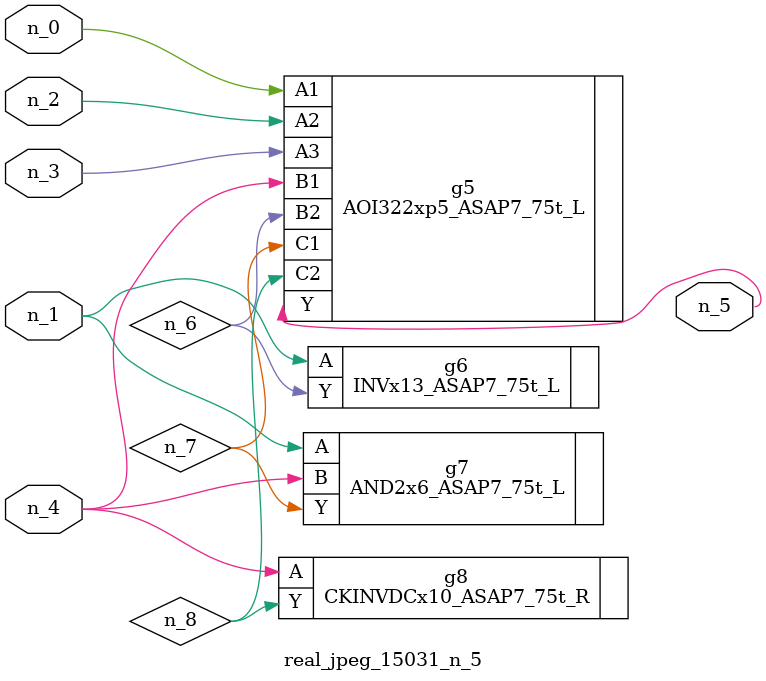
<source format=v>
module real_jpeg_15031_n_5 (n_4, n_0, n_1, n_2, n_3, n_5);

input n_4;
input n_0;
input n_1;
input n_2;
input n_3;

output n_5;

wire n_8;
wire n_6;
wire n_7;

AOI322xp5_ASAP7_75t_L g5 ( 
.A1(n_0),
.A2(n_2),
.A3(n_3),
.B1(n_4),
.B2(n_6),
.C1(n_7),
.C2(n_8),
.Y(n_5)
);

INVx13_ASAP7_75t_L g6 ( 
.A(n_1),
.Y(n_6)
);

AND2x6_ASAP7_75t_L g7 ( 
.A(n_1),
.B(n_4),
.Y(n_7)
);

CKINVDCx10_ASAP7_75t_R g8 ( 
.A(n_4),
.Y(n_8)
);


endmodule
</source>
